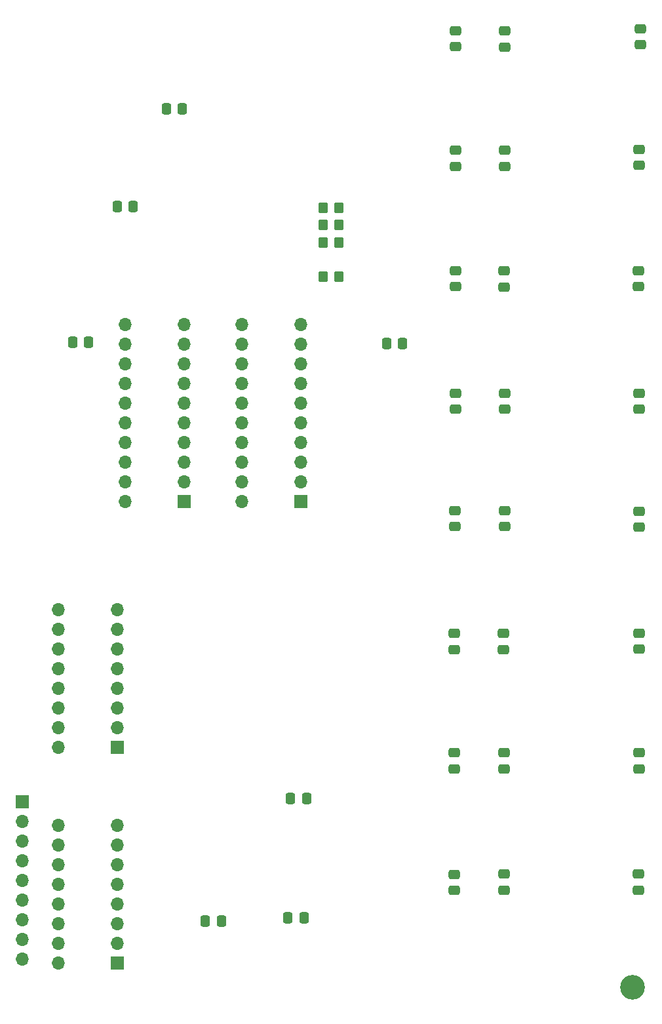
<source format=gbr>
%TF.GenerationSoftware,KiCad,Pcbnew,8.0.5*%
%TF.CreationDate,2024-11-12T15:17:28-04:00*%
%TF.ProjectId,RAMEXB_V2_Github,52414d45-5842-45f5-9632-5f4769746875,rev?*%
%TF.SameCoordinates,Original*%
%TF.FileFunction,Soldermask,Bot*%
%TF.FilePolarity,Negative*%
%FSLAX46Y46*%
G04 Gerber Fmt 4.6, Leading zero omitted, Abs format (unit mm)*
G04 Created by KiCad (PCBNEW 8.0.5) date 2024-11-12 15:17:28*
%MOMM*%
%LPD*%
G01*
G04 APERTURE LIST*
G04 Aperture macros list*
%AMRoundRect*
0 Rectangle with rounded corners*
0 $1 Rounding radius*
0 $2 $3 $4 $5 $6 $7 $8 $9 X,Y pos of 4 corners*
0 Add a 4 corners polygon primitive as box body*
4,1,4,$2,$3,$4,$5,$6,$7,$8,$9,$2,$3,0*
0 Add four circle primitives for the rounded corners*
1,1,$1+$1,$2,$3*
1,1,$1+$1,$4,$5*
1,1,$1+$1,$6,$7*
1,1,$1+$1,$8,$9*
0 Add four rect primitives between the rounded corners*
20,1,$1+$1,$2,$3,$4,$5,0*
20,1,$1+$1,$4,$5,$6,$7,0*
20,1,$1+$1,$6,$7,$8,$9,0*
20,1,$1+$1,$8,$9,$2,$3,0*%
G04 Aperture macros list end*
%ADD10R,1.700000X1.700000*%
%ADD11O,1.700000X1.700000*%
%ADD12C,3.200000*%
%ADD13RoundRect,0.250000X0.475000X-0.337500X0.475000X0.337500X-0.475000X0.337500X-0.475000X-0.337500X0*%
%ADD14RoundRect,0.250000X-0.350000X-0.450000X0.350000X-0.450000X0.350000X0.450000X-0.350000X0.450000X0*%
%ADD15RoundRect,0.250000X0.337500X0.475000X-0.337500X0.475000X-0.337500X-0.475000X0.337500X-0.475000X0*%
%ADD16RoundRect,0.250000X-0.337500X-0.475000X0.337500X-0.475000X0.337500X0.475000X-0.337500X0.475000X0*%
G04 APERTURE END LIST*
D10*
%TO.C,J4*%
X176280000Y-142440000D03*
D11*
X176280000Y-139900000D03*
X176280000Y-137360000D03*
X176280000Y-134820000D03*
X176280000Y-132280000D03*
X176280000Y-129740000D03*
X176280000Y-127200000D03*
X176280000Y-124660000D03*
X168660000Y-124660000D03*
X168660000Y-127200000D03*
X168660000Y-129740000D03*
X168660000Y-132280000D03*
X168660000Y-134820000D03*
X168660000Y-137360000D03*
X168660000Y-139900000D03*
X168660000Y-142440000D03*
%TD*%
D10*
%TO.C,U21*%
X200000000Y-82811400D03*
D11*
X200000000Y-80271400D03*
X200000000Y-77731400D03*
X200000000Y-75191400D03*
X200000000Y-72651400D03*
X200000000Y-70111400D03*
X200000000Y-67571400D03*
X200000000Y-65031400D03*
X200000000Y-62491400D03*
X200000000Y-59951400D03*
X192380000Y-59951400D03*
X192380000Y-62491400D03*
X192380000Y-65031400D03*
X192380000Y-67571400D03*
X192380000Y-70111400D03*
X192380000Y-72651400D03*
X192380000Y-75191400D03*
X192380000Y-77731400D03*
X192380000Y-80271400D03*
X192380000Y-82811400D03*
%TD*%
D10*
%TO.C,U20*%
X184900000Y-82811400D03*
D11*
X184900000Y-80271400D03*
X184900000Y-77731400D03*
X184900000Y-75191400D03*
X184900000Y-72651400D03*
X184900000Y-70111400D03*
X184900000Y-67571400D03*
X184900000Y-65031400D03*
X184900000Y-62491400D03*
X184900000Y-59951400D03*
X177280000Y-59951400D03*
X177280000Y-62491400D03*
X177280000Y-65031400D03*
X177280000Y-67571400D03*
X177280000Y-70111400D03*
X177280000Y-72651400D03*
X177280000Y-75191400D03*
X177280000Y-77731400D03*
X177280000Y-80271400D03*
X177280000Y-82811400D03*
%TD*%
D10*
%TO.C,J3*%
X176280000Y-114580000D03*
D11*
X176280000Y-112040000D03*
X176280000Y-109500000D03*
X176280000Y-106960000D03*
X176280000Y-104420000D03*
X176280000Y-101880000D03*
X176280000Y-99340000D03*
X176280000Y-96800000D03*
X168660000Y-96800000D03*
X168660000Y-99340000D03*
X168660000Y-101880000D03*
X168660000Y-104420000D03*
X168660000Y-106960000D03*
X168660000Y-109500000D03*
X168660000Y-112040000D03*
X168660000Y-114580000D03*
%TD*%
D12*
%TO.C,REF\u002A\u002A*%
X242850000Y-145550000D03*
%TD*%
D13*
%TO.C,C22*%
X219825000Y-117343910D03*
X219825000Y-115268910D03*
%TD*%
%TO.C,C6*%
X243660000Y-70891151D03*
X243660000Y-68816151D03*
%TD*%
%TO.C,C26*%
X226300000Y-39537500D03*
X226300000Y-37462500D03*
%TD*%
%TO.C,C17*%
X243630000Y-132997500D03*
X243630000Y-130922500D03*
%TD*%
%TO.C,C7*%
X226300000Y-70901151D03*
X226300000Y-68826151D03*
%TD*%
D14*
%TO.C,R21*%
X202895000Y-47122000D03*
X204895000Y-47122000D03*
%TD*%
D13*
%TO.C,C23*%
X226250000Y-132992494D03*
X226250000Y-130917494D03*
%TD*%
%TO.C,C30*%
X219960000Y-24063748D03*
X219960000Y-21988748D03*
%TD*%
%TO.C,C9*%
X243650000Y-86143785D03*
X243650000Y-84068785D03*
%TD*%
%TO.C,C11*%
X219905900Y-86049085D03*
X219905900Y-83974085D03*
%TD*%
%TO.C,C19*%
X219825000Y-133037494D03*
X219825000Y-130962494D03*
%TD*%
%TO.C,C32*%
X243890000Y-23833748D03*
X243890000Y-21758748D03*
%TD*%
D14*
%TO.C,R18*%
X202895000Y-53773000D03*
X204895000Y-53773000D03*
%TD*%
D13*
%TO.C,C5*%
X226286000Y-55096671D03*
X226286000Y-53021671D03*
%TD*%
%TO.C,C15*%
X226200000Y-101942304D03*
X226200000Y-99867304D03*
%TD*%
D15*
%TO.C,C30*%
X213152500Y-62375000D03*
X211077500Y-62375000D03*
%TD*%
D13*
%TO.C,C2*%
X220000000Y-55058171D03*
X220000000Y-52983171D03*
%TD*%
%TO.C,C14*%
X243650000Y-101894404D03*
X243650000Y-99819404D03*
%TD*%
%TO.C,C27*%
X243710000Y-39427500D03*
X243710000Y-37352500D03*
%TD*%
D16*
%TO.C,C13*%
X182642500Y-32070000D03*
X184717500Y-32070000D03*
%TD*%
D13*
%TO.C,C10*%
X226345000Y-86053785D03*
X226345000Y-83978785D03*
%TD*%
D15*
%TO.C,C29*%
X200417500Y-136620000D03*
X198342500Y-136620000D03*
%TD*%
D14*
%TO.C,R20*%
X202895000Y-49339000D03*
X204895000Y-49339000D03*
%TD*%
D13*
%TO.C,C12*%
X219850300Y-101942304D03*
X219850300Y-99867304D03*
%TD*%
%TO.C,C20*%
X243670000Y-117351010D03*
X243670000Y-115276010D03*
%TD*%
D10*
%TO.C,J5*%
X164025000Y-121595000D03*
D11*
X164025000Y-124135000D03*
X164025000Y-126675000D03*
X164025000Y-129215000D03*
X164025000Y-131755000D03*
X164025000Y-134295000D03*
X164025000Y-136835000D03*
X164025000Y-139375000D03*
X164025000Y-141915000D03*
%TD*%
D13*
%TO.C,C4*%
X243646000Y-55086671D03*
X243646000Y-53011671D03*
%TD*%
D15*
%TO.C,C16*%
X189737679Y-137002144D03*
X187662679Y-137002144D03*
%TD*%
%TO.C,C18*%
X178337500Y-44700000D03*
X176262500Y-44700000D03*
%TD*%
D13*
%TO.C,C31*%
X226290000Y-24123748D03*
X226290000Y-22048748D03*
%TD*%
D15*
%TO.C,C28*%
X200727500Y-121170000D03*
X198652500Y-121170000D03*
%TD*%
D14*
%TO.C,R11*%
X202895000Y-44905000D03*
X204895000Y-44905000D03*
%TD*%
D13*
%TO.C,C3*%
X219960000Y-70893651D03*
X219960000Y-68818651D03*
%TD*%
%TO.C,C21*%
X226225000Y-117343910D03*
X226225000Y-115268910D03*
%TD*%
%TO.C,C25*%
X219970000Y-39540000D03*
X219970000Y-37465000D03*
%TD*%
D15*
%TO.C,C1*%
X172587500Y-62250000D03*
X170512500Y-62250000D03*
%TD*%
M02*

</source>
